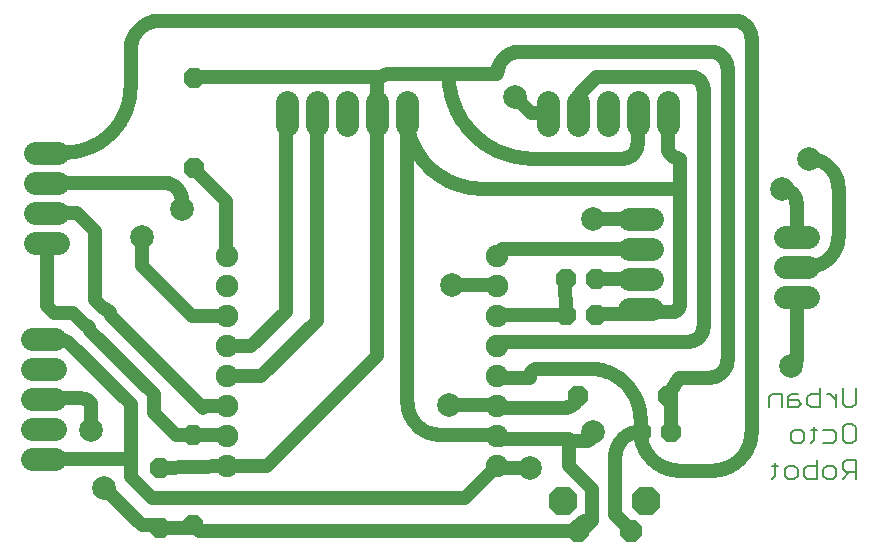
<source format=gbr>
G04 EAGLE Gerber X2 export*
%TF.Part,Single*%
%TF.FileFunction,Copper,L2,Bot,Mixed*%
%TF.FilePolarity,Positive*%
%TF.GenerationSoftware,Autodesk,EAGLE,9.1.0*%
%TF.CreationDate,2020-08-16T13:30:31Z*%
G75*
%MOMM*%
%FSLAX34Y34*%
%LPD*%
%AMOC8*
5,1,8,0,0,1.08239X$1,22.5*%
G01*
%ADD10C,0.152400*%
%ADD11P,1.853918X8X22.500000*%
%ADD12P,1.853918X8X112.500000*%
%ADD13P,1.853918X8X292.500000*%
%ADD14C,1.900000*%
%ADD15P,2.056541X8X22.500000*%
%ADD16P,2.597736X8X22.500000*%
%ADD17C,1.916000*%
%ADD18P,1.853918X8X202.500000*%
%ADD19C,1.200000*%
%ADD20C,2.000000*%


D10*
X710438Y161812D02*
X710438Y148254D01*
X707726Y145542D01*
X702303Y145542D01*
X699591Y148254D01*
X699591Y161812D01*
X694066Y156389D02*
X694066Y145542D01*
X694066Y150965D02*
X688643Y156389D01*
X685932Y156389D01*
X680423Y161812D02*
X680423Y145542D01*
X672289Y145542D01*
X669577Y148254D01*
X669577Y153677D01*
X672289Y156389D01*
X680423Y156389D01*
X661340Y156389D02*
X655917Y156389D01*
X653205Y153677D01*
X653205Y145542D01*
X661340Y145542D01*
X664052Y148254D01*
X661340Y150965D01*
X653205Y150965D01*
X647680Y145542D02*
X647680Y156389D01*
X639545Y156389D01*
X636834Y153677D01*
X636834Y145542D01*
X702303Y131332D02*
X707726Y131332D01*
X710438Y128620D01*
X710438Y117774D01*
X707726Y115062D01*
X702303Y115062D01*
X699591Y117774D01*
X699591Y128620D01*
X702303Y131332D01*
X691355Y125909D02*
X683220Y125909D01*
X691355Y125909D02*
X694066Y123197D01*
X694066Y117774D01*
X691355Y115062D01*
X683220Y115062D01*
X674983Y117774D02*
X674983Y128620D01*
X674983Y117774D02*
X672272Y115062D01*
X672272Y125909D02*
X677695Y125909D01*
X664069Y115062D02*
X658646Y115062D01*
X655934Y117774D01*
X655934Y123197D01*
X658646Y125909D01*
X664069Y125909D01*
X666781Y123197D01*
X666781Y117774D01*
X664069Y115062D01*
X710438Y100852D02*
X710438Y84582D01*
X710438Y100852D02*
X702303Y100852D01*
X699591Y98140D01*
X699591Y92717D01*
X702303Y90005D01*
X710438Y90005D01*
X705015Y90005D02*
X699591Y84582D01*
X691355Y84582D02*
X685932Y84582D01*
X683220Y87294D01*
X683220Y92717D01*
X685932Y95429D01*
X691355Y95429D01*
X694066Y92717D01*
X694066Y87294D01*
X691355Y84582D01*
X677695Y84582D02*
X677695Y100852D01*
X677695Y84582D02*
X669560Y84582D01*
X666848Y87294D01*
X666848Y92717D01*
X669560Y95429D01*
X677695Y95429D01*
X658612Y84582D02*
X653188Y84582D01*
X650477Y87294D01*
X650477Y92717D01*
X653188Y95429D01*
X658612Y95429D01*
X661323Y92717D01*
X661323Y87294D01*
X658612Y84582D01*
X642240Y87294D02*
X642240Y98140D01*
X642240Y87294D02*
X639528Y84582D01*
X639528Y95429D02*
X644952Y95429D01*
D11*
X528320Y124460D03*
X553720Y124460D03*
D12*
X149700Y45800D03*
X149700Y122000D03*
D13*
X121760Y93980D03*
X121760Y43180D03*
D14*
X177800Y120650D03*
X177800Y146050D03*
X177800Y171450D03*
X177800Y196850D03*
X177800Y222250D03*
X177800Y247650D03*
X177800Y273050D03*
X406400Y120650D03*
X406400Y146050D03*
X406400Y171450D03*
X406400Y196850D03*
X406400Y222250D03*
X406400Y247650D03*
X406400Y273050D03*
X177800Y95250D03*
X406400Y95250D03*
D15*
X475340Y40640D03*
X520340Y40640D03*
D16*
X532840Y65640D03*
X462840Y65640D03*
D17*
X32440Y101680D02*
X13280Y101680D01*
X13280Y127080D02*
X32440Y127080D01*
X32440Y152480D02*
X13280Y152480D01*
X13280Y177880D02*
X32440Y177880D01*
X32440Y203280D02*
X13280Y203280D01*
X15820Y284480D02*
X34980Y284480D01*
X34980Y309880D02*
X15820Y309880D01*
X15820Y335280D02*
X34980Y335280D01*
X34980Y360680D02*
X15820Y360680D01*
X228600Y384120D02*
X228600Y403280D01*
X254000Y403280D02*
X254000Y384120D01*
X279400Y384120D02*
X279400Y403280D01*
X304800Y403280D02*
X304800Y384120D01*
X330200Y384120D02*
X330200Y403280D01*
X449580Y403280D02*
X449580Y384120D01*
X474980Y384120D02*
X474980Y403280D01*
X500380Y403280D02*
X500380Y384120D01*
X525780Y384120D02*
X525780Y403280D01*
X551180Y403280D02*
X551180Y384120D01*
D18*
X551180Y154940D03*
X474980Y154940D03*
D17*
X518740Y228600D02*
X537900Y228600D01*
X537900Y254000D02*
X518740Y254000D01*
X518740Y279400D02*
X537900Y279400D01*
X537900Y304800D02*
X518740Y304800D01*
D13*
X150000Y424060D03*
X150000Y347860D03*
D11*
X464820Y223520D03*
X490220Y223520D03*
X464820Y254000D03*
X490220Y254000D03*
D17*
X650820Y289560D02*
X669980Y289560D01*
X669980Y264160D02*
X650820Y264160D01*
X650820Y238760D02*
X669980Y238760D01*
D19*
X26572Y359000D02*
X25400Y360680D01*
X507000Y54000D02*
X520000Y41000D01*
X407670Y170180D02*
X407601Y170182D01*
X407533Y170187D01*
X407465Y170197D01*
X407397Y170210D01*
X407330Y170226D01*
X407264Y170246D01*
X407200Y170270D01*
X407137Y170297D01*
X407075Y170328D01*
X407015Y170362D01*
X406957Y170399D01*
X406901Y170439D01*
X406848Y170482D01*
X406797Y170528D01*
X406748Y170577D01*
X406702Y170628D01*
X406659Y170681D01*
X406619Y170737D01*
X406582Y170795D01*
X406548Y170855D01*
X406517Y170917D01*
X406490Y170980D01*
X406466Y171044D01*
X406446Y171110D01*
X406430Y171177D01*
X406417Y171245D01*
X406407Y171313D01*
X406402Y171381D01*
X406400Y171450D01*
X407670Y170180D02*
X434340Y170180D01*
X507000Y103140D02*
X507006Y103655D01*
X507025Y104170D01*
X507056Y104684D01*
X507100Y105198D01*
X507155Y105710D01*
X507224Y106221D01*
X507304Y106729D01*
X507397Y107236D01*
X507502Y107741D01*
X507620Y108242D01*
X507749Y108741D01*
X507890Y109236D01*
X508043Y109728D01*
X508209Y110216D01*
X508385Y110700D01*
X508574Y111180D01*
X508774Y111654D01*
X508985Y112124D01*
X509208Y112589D01*
X509442Y113048D01*
X509687Y113501D01*
X509943Y113948D01*
X510209Y114389D01*
X510486Y114824D01*
X510774Y115251D01*
X511072Y115672D01*
X511380Y116085D01*
X511697Y116490D01*
X512025Y116888D01*
X512362Y117278D01*
X512708Y117659D01*
X513063Y118032D01*
X513428Y118397D01*
X513801Y118752D01*
X514182Y119098D01*
X514572Y119435D01*
X514970Y119763D01*
X515375Y120080D01*
X515788Y120388D01*
X516209Y120686D01*
X516636Y120974D01*
X517071Y121251D01*
X517512Y121517D01*
X517959Y121773D01*
X518412Y122018D01*
X518871Y122252D01*
X519336Y122475D01*
X519806Y122686D01*
X520280Y122886D01*
X520760Y123075D01*
X521244Y123251D01*
X521732Y123417D01*
X522224Y123570D01*
X522719Y123711D01*
X523218Y123840D01*
X523719Y123958D01*
X524224Y124063D01*
X524731Y124156D01*
X525239Y124236D01*
X525750Y124305D01*
X526262Y124360D01*
X526776Y124404D01*
X527290Y124435D01*
X527805Y124454D01*
X528320Y124460D01*
X507000Y103140D02*
X507000Y54000D01*
X561340Y91440D02*
X560542Y91450D01*
X559745Y91479D01*
X558948Y91527D01*
X558153Y91594D01*
X557360Y91681D01*
X556569Y91786D01*
X555781Y91911D01*
X554996Y92055D01*
X554215Y92218D01*
X553438Y92400D01*
X552665Y92600D01*
X551898Y92819D01*
X551136Y93056D01*
X550380Y93312D01*
X549631Y93586D01*
X548888Y93878D01*
X548153Y94188D01*
X547425Y94515D01*
X546706Y94860D01*
X545995Y95222D01*
X545293Y95602D01*
X544600Y95998D01*
X543917Y96411D01*
X543245Y96840D01*
X542583Y97285D01*
X541931Y97746D01*
X541291Y98223D01*
X540663Y98715D01*
X540047Y99222D01*
X539444Y99744D01*
X538853Y100280D01*
X538275Y100831D01*
X537711Y101395D01*
X537160Y101973D01*
X536624Y102564D01*
X536102Y103167D01*
X535595Y103783D01*
X535103Y104411D01*
X534626Y105051D01*
X534165Y105703D01*
X533720Y106365D01*
X533291Y107037D01*
X532878Y107720D01*
X532482Y108413D01*
X532102Y109115D01*
X531740Y109826D01*
X531395Y110545D01*
X531068Y111273D01*
X530758Y112008D01*
X530466Y112751D01*
X530192Y113500D01*
X529936Y114256D01*
X529699Y115018D01*
X529480Y115785D01*
X529280Y116558D01*
X529098Y117335D01*
X528935Y118116D01*
X528791Y118901D01*
X528666Y119689D01*
X528561Y120480D01*
X528474Y121273D01*
X528407Y122068D01*
X528359Y122865D01*
X528330Y123662D01*
X528320Y124460D01*
X561340Y91440D02*
X589280Y91440D01*
X590078Y91450D01*
X590875Y91479D01*
X591672Y91527D01*
X592467Y91594D01*
X593260Y91681D01*
X594051Y91786D01*
X594839Y91911D01*
X595624Y92055D01*
X596405Y92218D01*
X597182Y92400D01*
X597955Y92600D01*
X598722Y92819D01*
X599484Y93056D01*
X600240Y93312D01*
X600989Y93586D01*
X601732Y93878D01*
X602467Y94188D01*
X603195Y94515D01*
X603914Y94860D01*
X604625Y95222D01*
X605327Y95602D01*
X606020Y95998D01*
X606703Y96411D01*
X607375Y96840D01*
X608037Y97285D01*
X608689Y97746D01*
X609329Y98223D01*
X609957Y98715D01*
X610573Y99222D01*
X611176Y99744D01*
X611767Y100280D01*
X612345Y100831D01*
X612909Y101395D01*
X613460Y101973D01*
X613996Y102564D01*
X614518Y103167D01*
X615025Y103783D01*
X615517Y104411D01*
X615994Y105051D01*
X616455Y105703D01*
X616900Y106365D01*
X617329Y107037D01*
X617742Y107720D01*
X618138Y108413D01*
X618518Y109115D01*
X618880Y109826D01*
X619225Y110545D01*
X619552Y111273D01*
X619862Y112008D01*
X620154Y112751D01*
X620428Y113500D01*
X620684Y114256D01*
X620921Y115018D01*
X621140Y115785D01*
X621340Y116558D01*
X621522Y117335D01*
X621685Y118116D01*
X621829Y118901D01*
X621954Y119689D01*
X622059Y120480D01*
X622146Y121273D01*
X622213Y122068D01*
X622261Y122865D01*
X622290Y123662D01*
X622300Y124460D01*
X96520Y416560D02*
X96520Y447040D01*
X96520Y416560D02*
X96504Y415210D01*
X96455Y413860D01*
X96373Y412512D01*
X96259Y411167D01*
X96113Y409824D01*
X95934Y408486D01*
X95722Y407152D01*
X95479Y405824D01*
X95204Y404502D01*
X94896Y403187D01*
X94557Y401880D01*
X94187Y400581D01*
X93785Y399292D01*
X93352Y398013D01*
X92889Y396745D01*
X92395Y395488D01*
X91870Y394244D01*
X91316Y393012D01*
X90732Y391794D01*
X90119Y390591D01*
X89477Y389403D01*
X88807Y388231D01*
X88108Y387075D01*
X87382Y385937D01*
X86628Y384817D01*
X85848Y383715D01*
X85041Y382632D01*
X84208Y381569D01*
X83350Y380526D01*
X82467Y379505D01*
X81559Y378505D01*
X80628Y377527D01*
X79673Y376572D01*
X78695Y375641D01*
X77695Y374733D01*
X76674Y373850D01*
X75631Y372992D01*
X74568Y372159D01*
X73485Y371352D01*
X72383Y370572D01*
X71263Y369818D01*
X70125Y369092D01*
X68969Y368393D01*
X67797Y367723D01*
X66609Y367081D01*
X65406Y366468D01*
X64188Y365884D01*
X62956Y365330D01*
X61712Y364805D01*
X60455Y364311D01*
X59187Y363848D01*
X57908Y363415D01*
X56619Y363013D01*
X55320Y362643D01*
X54013Y362304D01*
X52698Y361996D01*
X51376Y361721D01*
X50048Y361478D01*
X48714Y361266D01*
X47376Y361087D01*
X46033Y360941D01*
X44688Y360827D01*
X43340Y360745D01*
X41990Y360696D01*
X40640Y360680D01*
X25400Y360680D01*
X434340Y170180D02*
X434342Y170364D01*
X434349Y170548D01*
X434360Y170732D01*
X434376Y170915D01*
X434396Y171098D01*
X434420Y171281D01*
X434449Y171463D01*
X434482Y171644D01*
X434520Y171824D01*
X434561Y172004D01*
X434608Y172182D01*
X434658Y172359D01*
X434713Y172535D01*
X434772Y172709D01*
X434835Y172882D01*
X434903Y173053D01*
X434974Y173223D01*
X435050Y173391D01*
X435129Y173557D01*
X435213Y173721D01*
X435300Y173883D01*
X435392Y174043D01*
X435487Y174201D01*
X435586Y174356D01*
X435689Y174509D01*
X435795Y174659D01*
X435905Y174807D01*
X436019Y174952D01*
X436136Y175094D01*
X436256Y175233D01*
X436380Y175369D01*
X436507Y175503D01*
X436637Y175633D01*
X436771Y175760D01*
X436907Y175884D01*
X437046Y176004D01*
X437188Y176121D01*
X437333Y176235D01*
X437481Y176345D01*
X437631Y176451D01*
X437784Y176554D01*
X437939Y176653D01*
X438097Y176748D01*
X438257Y176840D01*
X438419Y176927D01*
X438583Y177011D01*
X438749Y177090D01*
X438917Y177166D01*
X439087Y177237D01*
X439258Y177305D01*
X439431Y177368D01*
X439605Y177427D01*
X439781Y177482D01*
X439958Y177532D01*
X440136Y177579D01*
X440316Y177620D01*
X440496Y177658D01*
X440677Y177691D01*
X440859Y177720D01*
X441042Y177744D01*
X441225Y177764D01*
X441408Y177780D01*
X441592Y177791D01*
X441776Y177798D01*
X441960Y177800D01*
X485140Y177800D01*
X486183Y177787D01*
X487226Y177750D01*
X488268Y177687D01*
X489307Y177598D01*
X490345Y177485D01*
X491379Y177347D01*
X492410Y177184D01*
X493436Y176996D01*
X494458Y176783D01*
X495474Y176545D01*
X496484Y176283D01*
X497487Y175997D01*
X498483Y175687D01*
X499472Y175352D01*
X500452Y174994D01*
X501423Y174612D01*
X502385Y174207D01*
X503336Y173779D01*
X504277Y173328D01*
X505207Y172854D01*
X506125Y172358D01*
X507031Y171840D01*
X507924Y171300D01*
X508803Y170739D01*
X509669Y170156D01*
X510521Y169553D01*
X511357Y168930D01*
X512179Y168286D01*
X512984Y167623D01*
X513774Y166941D01*
X514546Y166239D01*
X515302Y165520D01*
X516040Y164782D01*
X516759Y164026D01*
X517461Y163254D01*
X518143Y162464D01*
X518806Y161659D01*
X519450Y160837D01*
X520073Y160001D01*
X520676Y159149D01*
X521259Y158283D01*
X521820Y157404D01*
X522360Y156511D01*
X522878Y155605D01*
X523374Y154687D01*
X523848Y153757D01*
X524299Y152816D01*
X524727Y151865D01*
X525132Y150903D01*
X525514Y149932D01*
X525872Y148952D01*
X526207Y147963D01*
X526517Y146967D01*
X526803Y145964D01*
X527065Y144954D01*
X527303Y143938D01*
X527516Y142916D01*
X527704Y141890D01*
X527867Y140859D01*
X528005Y139825D01*
X528118Y138787D01*
X528207Y137748D01*
X528270Y136706D01*
X528307Y135663D01*
X528320Y134620D01*
X528320Y124460D01*
X121920Y472440D02*
X121306Y472433D01*
X120693Y472410D01*
X120080Y472373D01*
X119469Y472321D01*
X118858Y472255D01*
X118250Y472173D01*
X117644Y472077D01*
X117040Y471967D01*
X116439Y471842D01*
X115841Y471702D01*
X115247Y471548D01*
X114657Y471379D01*
X114071Y471197D01*
X113490Y471000D01*
X112913Y470789D01*
X112342Y470565D01*
X111776Y470327D01*
X111216Y470075D01*
X110663Y469809D01*
X110116Y469531D01*
X109576Y469239D01*
X109043Y468934D01*
X108518Y468616D01*
X108000Y468286D01*
X107491Y467944D01*
X106990Y467589D01*
X106498Y467222D01*
X106015Y466844D01*
X105541Y466454D01*
X105077Y466052D01*
X104622Y465640D01*
X104178Y465216D01*
X103744Y464782D01*
X103320Y464338D01*
X102908Y463883D01*
X102506Y463419D01*
X102116Y462945D01*
X101738Y462462D01*
X101371Y461970D01*
X101016Y461469D01*
X100674Y460960D01*
X100344Y460442D01*
X100026Y459917D01*
X99721Y459384D01*
X99429Y458844D01*
X99151Y458297D01*
X98885Y457744D01*
X98633Y457184D01*
X98395Y456618D01*
X98171Y456047D01*
X97960Y455470D01*
X97763Y454889D01*
X97581Y454303D01*
X97412Y453713D01*
X97258Y453119D01*
X97118Y452521D01*
X96993Y451920D01*
X96883Y451316D01*
X96787Y450710D01*
X96705Y450102D01*
X96639Y449491D01*
X96587Y448880D01*
X96550Y448267D01*
X96527Y447654D01*
X96520Y447040D01*
X121920Y472440D02*
X607060Y472440D01*
X607428Y472436D01*
X607796Y472422D01*
X608164Y472400D01*
X608531Y472369D01*
X608897Y472329D01*
X609262Y472280D01*
X609626Y472222D01*
X609988Y472156D01*
X610349Y472081D01*
X610707Y471997D01*
X611064Y471905D01*
X611418Y471804D01*
X611769Y471694D01*
X612118Y471576D01*
X612464Y471450D01*
X612807Y471315D01*
X613146Y471172D01*
X613482Y471021D01*
X613814Y470862D01*
X614142Y470694D01*
X614466Y470519D01*
X614786Y470336D01*
X615101Y470146D01*
X615412Y469948D01*
X615717Y469742D01*
X616018Y469529D01*
X616313Y469309D01*
X616603Y469082D01*
X616887Y468848D01*
X617166Y468607D01*
X617439Y468360D01*
X617705Y468106D01*
X617966Y467845D01*
X618220Y467579D01*
X618467Y467306D01*
X618708Y467027D01*
X618942Y466743D01*
X619169Y466453D01*
X619389Y466158D01*
X619602Y465857D01*
X619808Y465552D01*
X620006Y465241D01*
X620196Y464926D01*
X620379Y464606D01*
X620554Y464282D01*
X620722Y463954D01*
X620881Y463622D01*
X621032Y463286D01*
X621175Y462947D01*
X621310Y462604D01*
X621436Y462258D01*
X621554Y461909D01*
X621664Y461558D01*
X621765Y461204D01*
X621857Y460847D01*
X621941Y460489D01*
X622016Y460128D01*
X622082Y459766D01*
X622140Y459402D01*
X622189Y459037D01*
X622229Y458671D01*
X622260Y458304D01*
X622282Y457936D01*
X622296Y457568D01*
X622300Y457200D01*
X622300Y124460D01*
X520340Y40640D02*
X520000Y41000D01*
X177000Y320000D02*
X150000Y347000D01*
X177000Y320000D02*
X177000Y274000D01*
X150000Y347000D02*
X150000Y347860D01*
X177000Y274000D02*
X177800Y273050D01*
X176450Y122000D02*
X176521Y121998D01*
X176591Y121993D01*
X176661Y121983D01*
X176731Y121970D01*
X176799Y121954D01*
X176867Y121934D01*
X176934Y121910D01*
X176999Y121883D01*
X177063Y121853D01*
X177125Y121819D01*
X177185Y121782D01*
X177244Y121742D01*
X177300Y121699D01*
X177353Y121653D01*
X177405Y121605D01*
X177453Y121553D01*
X177499Y121500D01*
X177542Y121444D01*
X177582Y121385D01*
X177619Y121325D01*
X177653Y121263D01*
X177683Y121199D01*
X177710Y121134D01*
X177734Y121067D01*
X177754Y120999D01*
X177770Y120931D01*
X177783Y120861D01*
X177793Y120791D01*
X177798Y120721D01*
X177800Y120650D01*
X176450Y122000D02*
X149700Y122000D01*
X134700Y122000D01*
X134620Y121920D01*
X25400Y231140D02*
X25400Y284480D01*
X130490Y126050D02*
X134620Y121920D01*
X130490Y126050D02*
X130441Y126050D01*
X62583Y209886D02*
X61771Y212803D01*
X56935Y215533D01*
X31680Y224860D02*
X25400Y231140D01*
X62583Y209886D02*
X116520Y155949D01*
X116520Y139971D02*
X130441Y126050D01*
X116520Y139971D02*
X116520Y155949D01*
X56935Y215533D02*
X47609Y224860D01*
X31680Y224860D01*
X379730Y68580D02*
X406400Y95250D01*
X379730Y68580D02*
X114300Y68580D01*
X96520Y86360D01*
X96520Y147664D02*
X44724Y199460D01*
X96520Y101600D02*
X96520Y86360D01*
X96520Y101600D02*
X96520Y147664D01*
X22940Y101600D02*
X22860Y101680D01*
X22940Y101600D02*
X96520Y101600D01*
X38100Y203200D02*
X22860Y203280D01*
X38100Y203200D02*
X44724Y199460D01*
X528080Y304000D02*
X528320Y304800D01*
X406400Y95250D02*
X406402Y95181D01*
X406407Y95113D01*
X406417Y95045D01*
X406430Y94977D01*
X406446Y94910D01*
X406466Y94844D01*
X406490Y94780D01*
X406517Y94717D01*
X406548Y94655D01*
X406582Y94595D01*
X406619Y94537D01*
X406659Y94481D01*
X406702Y94428D01*
X406748Y94377D01*
X406797Y94328D01*
X406848Y94282D01*
X406901Y94239D01*
X406957Y94199D01*
X407015Y94162D01*
X407075Y94128D01*
X407137Y94097D01*
X407200Y94070D01*
X407264Y94046D01*
X407330Y94026D01*
X407397Y94010D01*
X407465Y93997D01*
X407533Y93987D01*
X407601Y93982D01*
X407670Y93980D01*
X487680Y304800D02*
X528320Y304800D01*
D20*
X487680Y304800D03*
D19*
X406400Y95250D02*
X406402Y95181D01*
X406407Y95113D01*
X406417Y95045D01*
X406430Y94977D01*
X406446Y94910D01*
X406466Y94844D01*
X406490Y94780D01*
X406517Y94717D01*
X406548Y94655D01*
X406582Y94595D01*
X406619Y94537D01*
X406659Y94481D01*
X406702Y94428D01*
X406748Y94377D01*
X406797Y94328D01*
X406848Y94282D01*
X406901Y94239D01*
X406957Y94199D01*
X407015Y94162D01*
X407075Y94128D01*
X407137Y94097D01*
X407200Y94070D01*
X407264Y94046D01*
X407330Y94026D01*
X407397Y94010D01*
X407465Y93997D01*
X407533Y93987D01*
X407601Y93982D01*
X407670Y93980D01*
X434340Y93980D01*
D20*
X434340Y93980D03*
X647700Y330200D03*
D19*
X648007Y330196D01*
X648314Y330185D01*
X648620Y330167D01*
X648926Y330141D01*
X649231Y330107D01*
X649535Y330067D01*
X649838Y330019D01*
X650140Y329963D01*
X650440Y329901D01*
X650739Y329831D01*
X651036Y329754D01*
X651332Y329670D01*
X651625Y329578D01*
X651915Y329480D01*
X652203Y329375D01*
X652489Y329262D01*
X652772Y329143D01*
X653052Y329017D01*
X653329Y328885D01*
X653602Y328745D01*
X653872Y328599D01*
X654138Y328447D01*
X654401Y328288D01*
X654660Y328123D01*
X654914Y327952D01*
X655165Y327775D01*
X655411Y327591D01*
X655653Y327402D01*
X655889Y327207D01*
X656122Y327006D01*
X656349Y326800D01*
X656571Y326588D01*
X656788Y326371D01*
X657000Y326149D01*
X657206Y325922D01*
X657407Y325689D01*
X657602Y325453D01*
X657791Y325211D01*
X657975Y324965D01*
X658152Y324714D01*
X658323Y324460D01*
X658488Y324201D01*
X658647Y323938D01*
X658799Y323672D01*
X658945Y323402D01*
X659085Y323129D01*
X659217Y322852D01*
X659343Y322572D01*
X659462Y322289D01*
X659575Y322003D01*
X659680Y321715D01*
X659778Y321425D01*
X659870Y321132D01*
X659954Y320836D01*
X660031Y320539D01*
X660101Y320240D01*
X660163Y319940D01*
X660219Y319638D01*
X660267Y319335D01*
X660307Y319031D01*
X660341Y318726D01*
X660367Y318420D01*
X660385Y318114D01*
X660396Y317807D01*
X660400Y317500D01*
X660400Y289560D01*
X228000Y226000D02*
X228000Y393000D01*
X228600Y393700D01*
X198850Y196850D02*
X177800Y196850D01*
X198850Y196850D02*
X228000Y226000D01*
X50800Y309880D02*
X25400Y309880D01*
X50800Y309880D02*
X66040Y294640D01*
X158750Y146050D02*
X177800Y146050D01*
X158750Y146050D02*
X157480Y144780D01*
X79861Y222399D01*
X78818Y226146D01*
X72608Y229652D01*
X66040Y236220D01*
X66040Y294640D01*
X406400Y222250D02*
X407000Y222000D01*
X413000Y223000D02*
X464700Y223000D01*
X464820Y223520D01*
X413000Y223000D02*
X406400Y222250D01*
X464153Y253981D02*
X464153Y254000D01*
X464153Y253981D02*
X464820Y223520D01*
X465000Y254000D02*
X464820Y254000D01*
X465000Y254000D02*
X464153Y253981D01*
X407000Y273000D02*
X406400Y273050D01*
X410000Y278000D02*
X411000Y279000D01*
X528080Y279000D01*
X410000Y278000D02*
X406400Y273050D01*
X528080Y279000D02*
X528320Y279400D01*
X528320Y254000D02*
X520460Y254000D01*
X528320Y254000D02*
X490220Y254000D01*
X436000Y394000D02*
X422000Y408000D01*
X436000Y394000D02*
X449000Y394000D01*
X449580Y393700D01*
D20*
X106000Y289000D03*
X422000Y408000D03*
D19*
X177800Y222250D02*
X148590Y222250D01*
X106000Y264840D02*
X106000Y289000D01*
X106000Y264840D02*
X148590Y222250D01*
X254000Y218440D02*
X254000Y393700D01*
X207010Y171450D02*
X177800Y171450D01*
X207010Y171450D02*
X254000Y218440D01*
X407000Y197000D02*
X410000Y200000D01*
X539000Y200000D01*
X475000Y409000D02*
X491000Y425000D01*
X475000Y409000D02*
X475000Y394000D01*
X407000Y197000D02*
X406400Y196850D01*
X539000Y200000D02*
X539002Y200049D01*
X539007Y200098D01*
X539017Y200147D01*
X539029Y200195D01*
X539046Y200241D01*
X539065Y200286D01*
X539088Y200330D01*
X539115Y200372D01*
X539144Y200412D01*
X539176Y200449D01*
X539211Y200484D01*
X539248Y200516D01*
X539288Y200545D01*
X539330Y200572D01*
X539374Y200595D01*
X539419Y200614D01*
X539465Y200631D01*
X539513Y200643D01*
X539562Y200653D01*
X539611Y200658D01*
X539660Y200660D01*
X568960Y200660D01*
X569267Y200664D01*
X569574Y200675D01*
X569880Y200693D01*
X570186Y200719D01*
X570491Y200753D01*
X570795Y200793D01*
X571098Y200841D01*
X571400Y200897D01*
X571700Y200959D01*
X571999Y201029D01*
X572296Y201106D01*
X572592Y201190D01*
X572885Y201282D01*
X573175Y201380D01*
X573463Y201485D01*
X573749Y201598D01*
X574032Y201717D01*
X574312Y201843D01*
X574589Y201975D01*
X574862Y202115D01*
X575132Y202261D01*
X575398Y202413D01*
X575661Y202572D01*
X575920Y202737D01*
X576174Y202908D01*
X576425Y203085D01*
X576671Y203269D01*
X576913Y203458D01*
X577149Y203653D01*
X577382Y203854D01*
X577609Y204060D01*
X577831Y204272D01*
X578048Y204489D01*
X578260Y204711D01*
X578466Y204938D01*
X578667Y205171D01*
X578862Y205407D01*
X579051Y205649D01*
X579235Y205895D01*
X579412Y206146D01*
X579583Y206400D01*
X579748Y206659D01*
X579907Y206922D01*
X580059Y207188D01*
X580205Y207458D01*
X580345Y207731D01*
X580477Y208008D01*
X580603Y208288D01*
X580722Y208571D01*
X580835Y208857D01*
X580940Y209145D01*
X581038Y209435D01*
X581130Y209728D01*
X581214Y210024D01*
X581291Y210321D01*
X581361Y210620D01*
X581423Y210920D01*
X581479Y211222D01*
X581527Y211525D01*
X581567Y211829D01*
X581601Y212134D01*
X581627Y212440D01*
X581645Y212746D01*
X581656Y213053D01*
X581660Y213360D01*
X581660Y414020D02*
X581657Y414285D01*
X581647Y414550D01*
X581631Y414815D01*
X581609Y415080D01*
X581580Y415343D01*
X581545Y415606D01*
X581503Y415869D01*
X581455Y416130D01*
X581401Y416389D01*
X581341Y416648D01*
X581274Y416905D01*
X581202Y417160D01*
X581123Y417413D01*
X581038Y417664D01*
X580946Y417914D01*
X580849Y418161D01*
X580746Y418405D01*
X580637Y418647D01*
X580523Y418886D01*
X580402Y419123D01*
X580276Y419356D01*
X580144Y419586D01*
X580007Y419813D01*
X579864Y420037D01*
X579716Y420257D01*
X579563Y420474D01*
X579404Y420687D01*
X579241Y420896D01*
X579072Y421100D01*
X578899Y421301D01*
X578720Y421498D01*
X578537Y421690D01*
X578350Y421877D01*
X578158Y422060D01*
X577961Y422239D01*
X577760Y422412D01*
X577556Y422581D01*
X577347Y422744D01*
X577134Y422903D01*
X576917Y423056D01*
X576697Y423204D01*
X576473Y423347D01*
X576246Y423484D01*
X576016Y423616D01*
X575783Y423742D01*
X575546Y423863D01*
X575307Y423977D01*
X575065Y424086D01*
X574821Y424189D01*
X574574Y424286D01*
X574324Y424378D01*
X574073Y424463D01*
X573820Y424542D01*
X573565Y424614D01*
X573308Y424681D01*
X573049Y424741D01*
X572790Y424795D01*
X572529Y424843D01*
X572266Y424885D01*
X572003Y424920D01*
X571740Y424949D01*
X571475Y424971D01*
X571210Y424987D01*
X570945Y424997D01*
X570680Y425000D01*
X581660Y414020D02*
X581660Y213360D01*
X570680Y425000D02*
X491000Y425000D01*
X475000Y394000D02*
X474980Y393700D01*
X140300Y312780D02*
X140080Y313000D01*
D20*
X140300Y312780D03*
D19*
X464820Y144780D02*
X465066Y144783D01*
X465311Y144792D01*
X465556Y144807D01*
X465801Y144827D01*
X466045Y144854D01*
X466288Y144887D01*
X466531Y144925D01*
X466772Y144969D01*
X467012Y145019D01*
X467251Y145075D01*
X467489Y145137D01*
X467725Y145204D01*
X467960Y145277D01*
X468192Y145356D01*
X468423Y145440D01*
X468651Y145530D01*
X468878Y145625D01*
X469101Y145726D01*
X469323Y145832D01*
X469542Y145944D01*
X469758Y146060D01*
X469971Y146182D01*
X470181Y146309D01*
X470388Y146441D01*
X470592Y146578D01*
X470792Y146720D01*
X470989Y146867D01*
X471182Y147019D01*
X471372Y147175D01*
X471557Y147335D01*
X471739Y147500D01*
X471917Y147670D01*
X472090Y147843D01*
X472260Y148021D01*
X472425Y148203D01*
X472585Y148388D01*
X472741Y148578D01*
X472893Y148771D01*
X473040Y148968D01*
X473182Y149168D01*
X473319Y149372D01*
X473451Y149579D01*
X473578Y149789D01*
X473700Y150002D01*
X473816Y150218D01*
X473928Y150437D01*
X474034Y150659D01*
X474135Y150882D01*
X474230Y151109D01*
X474320Y151337D01*
X474404Y151568D01*
X474483Y151800D01*
X474556Y152035D01*
X474623Y152271D01*
X474685Y152509D01*
X474741Y152748D01*
X474791Y152988D01*
X474835Y153229D01*
X474873Y153472D01*
X474906Y153715D01*
X474933Y153959D01*
X474953Y154204D01*
X474968Y154449D01*
X474977Y154694D01*
X474980Y154940D01*
X407670Y144780D02*
X407601Y144782D01*
X407533Y144787D01*
X407465Y144797D01*
X407397Y144810D01*
X407330Y144826D01*
X407264Y144846D01*
X407200Y144870D01*
X407137Y144897D01*
X407075Y144928D01*
X407015Y144962D01*
X406957Y144999D01*
X406901Y145039D01*
X406848Y145082D01*
X406797Y145128D01*
X406748Y145177D01*
X406702Y145228D01*
X406659Y145281D01*
X406619Y145337D01*
X406582Y145395D01*
X406548Y145455D01*
X406517Y145517D01*
X406490Y145580D01*
X406466Y145644D01*
X406446Y145710D01*
X406430Y145777D01*
X406417Y145845D01*
X406407Y145913D01*
X406402Y145981D01*
X406400Y146050D01*
X407670Y144780D02*
X464820Y144780D01*
X406400Y146050D02*
X406398Y146119D01*
X406393Y146187D01*
X406383Y146255D01*
X406370Y146323D01*
X406354Y146390D01*
X406334Y146456D01*
X406310Y146520D01*
X406283Y146583D01*
X406252Y146645D01*
X406218Y146705D01*
X406181Y146763D01*
X406141Y146819D01*
X406098Y146872D01*
X406052Y146923D01*
X406003Y146972D01*
X405952Y147018D01*
X405899Y147061D01*
X405843Y147101D01*
X405785Y147138D01*
X405725Y147172D01*
X405663Y147203D01*
X405600Y147230D01*
X405536Y147254D01*
X405470Y147274D01*
X405403Y147290D01*
X405335Y147303D01*
X405267Y147313D01*
X405199Y147318D01*
X405130Y147320D01*
X365760Y147320D01*
D20*
X365760Y147320D03*
D19*
X26000Y335000D02*
X25400Y335280D01*
X124460Y335280D02*
X124837Y335275D01*
X125215Y335262D01*
X125591Y335239D01*
X125968Y335207D01*
X126343Y335166D01*
X126717Y335116D01*
X127090Y335057D01*
X127461Y334989D01*
X127831Y334912D01*
X128198Y334826D01*
X128563Y334731D01*
X128926Y334628D01*
X129287Y334516D01*
X129644Y334395D01*
X129999Y334265D01*
X130350Y334127D01*
X130698Y333980D01*
X131042Y333825D01*
X131383Y333662D01*
X131719Y333491D01*
X132051Y333311D01*
X132379Y333124D01*
X132702Y332929D01*
X133020Y332726D01*
X133333Y332515D01*
X133641Y332297D01*
X133944Y332071D01*
X134241Y331839D01*
X134532Y331599D01*
X134818Y331352D01*
X135097Y331098D01*
X135371Y330838D01*
X135638Y330571D01*
X135898Y330297D01*
X136152Y330018D01*
X136399Y329732D01*
X136639Y329441D01*
X136871Y329144D01*
X137097Y328841D01*
X137315Y328533D01*
X137526Y328220D01*
X137729Y327902D01*
X137924Y327579D01*
X138111Y327251D01*
X138291Y326919D01*
X138462Y326583D01*
X138625Y326242D01*
X138780Y325898D01*
X138927Y325550D01*
X139065Y325199D01*
X139195Y324844D01*
X139316Y324487D01*
X139428Y324126D01*
X139531Y323763D01*
X139626Y323398D01*
X139712Y323031D01*
X139789Y322661D01*
X139857Y322290D01*
X139916Y321917D01*
X139966Y321543D01*
X140007Y321168D01*
X140039Y320791D01*
X140062Y320415D01*
X140075Y320037D01*
X140080Y319660D01*
X140080Y313000D01*
X124460Y335280D02*
X25400Y335280D01*
X527640Y228240D02*
X528320Y228600D01*
X490700Y224000D02*
X490220Y223520D01*
X524080Y224000D02*
X528320Y228600D01*
X518460Y224000D02*
X496000Y224000D01*
X490220Y223520D01*
X518460Y224000D02*
X528320Y228600D01*
X147080Y43180D02*
X121760Y43180D01*
X147080Y43180D02*
X149700Y45800D01*
X473800Y39100D02*
X475340Y40640D01*
X63000Y126000D02*
X63000Y149000D01*
X74000Y77000D02*
X106000Y45000D01*
X116000Y45000D01*
X121760Y43180D01*
D20*
X63000Y126000D03*
X74000Y77000D03*
D19*
X63000Y149000D02*
X58420Y152400D01*
X407000Y120000D02*
X410000Y117000D01*
X407000Y120000D02*
X406400Y120650D01*
X401000Y121000D01*
X331000Y393000D02*
X330200Y393700D01*
X415000Y118000D02*
X468000Y118000D01*
X468000Y95000D01*
X487000Y76000D01*
X487000Y49000D01*
X481000Y43000D01*
X415000Y118000D02*
X406400Y120650D01*
X406398Y120719D01*
X406393Y120787D01*
X406383Y120855D01*
X406370Y120923D01*
X406354Y120990D01*
X406334Y121056D01*
X406310Y121120D01*
X406283Y121183D01*
X406252Y121245D01*
X406218Y121305D01*
X406181Y121363D01*
X406141Y121419D01*
X406098Y121472D01*
X406052Y121523D01*
X406003Y121572D01*
X405952Y121618D01*
X405899Y121661D01*
X405843Y121701D01*
X405785Y121738D01*
X405725Y121772D01*
X405663Y121803D01*
X405600Y121830D01*
X405536Y121854D01*
X405470Y121874D01*
X405403Y121890D01*
X405335Y121903D01*
X405267Y121913D01*
X405199Y121918D01*
X405130Y121920D01*
X358140Y121920D01*
X357484Y121928D01*
X356829Y121952D01*
X356174Y121991D01*
X355521Y122047D01*
X354869Y122118D01*
X354219Y122205D01*
X353571Y122307D01*
X352926Y122426D01*
X352284Y122559D01*
X351645Y122709D01*
X351010Y122873D01*
X350379Y123053D01*
X349753Y123248D01*
X349132Y123459D01*
X348516Y123684D01*
X347906Y123924D01*
X347301Y124178D01*
X346703Y124447D01*
X346112Y124731D01*
X345527Y125029D01*
X344950Y125341D01*
X344381Y125666D01*
X343820Y126005D01*
X343267Y126358D01*
X342723Y126724D01*
X342188Y127103D01*
X341662Y127495D01*
X341145Y127900D01*
X340639Y128316D01*
X340143Y128745D01*
X339657Y129186D01*
X339182Y129639D01*
X338719Y130102D01*
X338266Y130577D01*
X337825Y131063D01*
X337396Y131559D01*
X336980Y132065D01*
X336575Y132582D01*
X336183Y133108D01*
X335804Y133643D01*
X335438Y134187D01*
X335085Y134740D01*
X334746Y135301D01*
X334421Y135870D01*
X334109Y136447D01*
X333811Y137032D01*
X333527Y137623D01*
X333258Y138221D01*
X333004Y138826D01*
X332764Y139436D01*
X332539Y140052D01*
X332328Y140673D01*
X332133Y141299D01*
X331953Y141930D01*
X331789Y142565D01*
X331639Y143204D01*
X331506Y143846D01*
X331387Y144491D01*
X331285Y145139D01*
X331198Y145789D01*
X331127Y146441D01*
X331071Y147094D01*
X331032Y147749D01*
X331008Y148404D01*
X331000Y149060D01*
X331000Y393000D01*
X330200Y393700D02*
X330219Y392166D01*
X330274Y390632D01*
X330367Y389100D01*
X330496Y387571D01*
X330663Y386046D01*
X330866Y384525D01*
X331106Y383009D01*
X331383Y381500D01*
X331696Y379998D01*
X332045Y378503D01*
X332430Y377018D01*
X332851Y375542D01*
X333308Y374077D01*
X333800Y372624D01*
X334326Y371183D01*
X334888Y369754D01*
X335484Y368340D01*
X336113Y366941D01*
X336777Y365557D01*
X337474Y364190D01*
X338203Y362840D01*
X338965Y361508D01*
X339759Y360195D01*
X340584Y358901D01*
X341441Y357628D01*
X342327Y356376D01*
X343244Y355145D01*
X344191Y353937D01*
X345166Y352753D01*
X346170Y351592D01*
X347201Y350455D01*
X348259Y349345D01*
X349345Y348259D01*
X350455Y347201D01*
X351592Y346170D01*
X352753Y345166D01*
X353937Y344191D01*
X355145Y343244D01*
X356376Y342327D01*
X357628Y341441D01*
X358901Y340584D01*
X360195Y339759D01*
X361508Y338965D01*
X362840Y338203D01*
X364190Y337474D01*
X365557Y336777D01*
X366941Y336113D01*
X368340Y335484D01*
X369754Y334888D01*
X371183Y334326D01*
X372624Y333800D01*
X374077Y333308D01*
X375542Y332851D01*
X377018Y332430D01*
X378503Y332045D01*
X379998Y331696D01*
X381500Y331383D01*
X383009Y331106D01*
X384525Y330866D01*
X386046Y330663D01*
X387571Y330496D01*
X389100Y330367D01*
X390632Y330274D01*
X392166Y330219D01*
X393700Y330200D01*
X530860Y226060D02*
X534000Y226060D01*
X556260Y226060D01*
X556400Y226062D01*
X556540Y226068D01*
X556680Y226077D01*
X556819Y226091D01*
X556958Y226108D01*
X557096Y226129D01*
X557234Y226154D01*
X557371Y226183D01*
X557507Y226215D01*
X557642Y226252D01*
X557776Y226292D01*
X557909Y226335D01*
X558041Y226383D01*
X558172Y226433D01*
X558301Y226488D01*
X558428Y226546D01*
X558554Y226607D01*
X558678Y226672D01*
X558800Y226741D01*
X558920Y226812D01*
X559038Y226887D01*
X559155Y226965D01*
X559269Y227047D01*
X559380Y227131D01*
X559489Y227219D01*
X559596Y227309D01*
X559701Y227403D01*
X559802Y227499D01*
X559901Y227598D01*
X559997Y227699D01*
X560091Y227804D01*
X560181Y227911D01*
X560269Y228020D01*
X560353Y228131D01*
X560435Y228245D01*
X560513Y228362D01*
X560588Y228480D01*
X560659Y228600D01*
X560728Y228722D01*
X560793Y228846D01*
X560854Y228972D01*
X560912Y229099D01*
X560967Y229228D01*
X561017Y229359D01*
X561065Y229491D01*
X561108Y229624D01*
X561148Y229758D01*
X561185Y229893D01*
X561217Y230029D01*
X561246Y230166D01*
X561271Y230304D01*
X561292Y230442D01*
X561309Y230581D01*
X561323Y230720D01*
X561332Y230860D01*
X561338Y231000D01*
X561340Y231140D01*
X561340Y330200D01*
X561340Y355600D01*
X561094Y355603D01*
X560849Y355612D01*
X560604Y355627D01*
X560359Y355647D01*
X560115Y355674D01*
X559872Y355707D01*
X559629Y355745D01*
X559388Y355789D01*
X559148Y355839D01*
X558909Y355895D01*
X558671Y355957D01*
X558435Y356024D01*
X558200Y356097D01*
X557968Y356176D01*
X557737Y356260D01*
X557509Y356350D01*
X557282Y356445D01*
X557059Y356546D01*
X556837Y356652D01*
X556618Y356764D01*
X556402Y356880D01*
X556189Y357002D01*
X555979Y357129D01*
X555772Y357261D01*
X555568Y357398D01*
X555368Y357540D01*
X555171Y357687D01*
X554978Y357839D01*
X554788Y357995D01*
X554603Y358155D01*
X554421Y358320D01*
X554243Y358490D01*
X554070Y358663D01*
X553900Y358841D01*
X553735Y359023D01*
X553575Y359208D01*
X553419Y359398D01*
X553267Y359591D01*
X553120Y359788D01*
X552978Y359988D01*
X552841Y360192D01*
X552709Y360399D01*
X552582Y360609D01*
X552460Y360822D01*
X552344Y361038D01*
X552232Y361257D01*
X552126Y361479D01*
X552025Y361702D01*
X551930Y361929D01*
X551840Y362157D01*
X551756Y362388D01*
X551677Y362620D01*
X551604Y362855D01*
X551537Y363091D01*
X551475Y363329D01*
X551419Y363568D01*
X551369Y363808D01*
X551325Y364049D01*
X551287Y364292D01*
X551254Y364535D01*
X551227Y364779D01*
X551207Y365024D01*
X551192Y365269D01*
X551183Y365514D01*
X551180Y365760D01*
X561340Y330200D02*
X393700Y330200D01*
X551180Y365760D02*
X551180Y393700D01*
X483700Y49000D02*
X483498Y48998D01*
X483296Y48990D01*
X483094Y48978D01*
X482893Y48961D01*
X482692Y48939D01*
X482492Y48912D01*
X482293Y48881D01*
X482094Y48844D01*
X481896Y48803D01*
X481699Y48757D01*
X481504Y48706D01*
X481309Y48651D01*
X481117Y48591D01*
X480925Y48526D01*
X480736Y48457D01*
X480547Y48383D01*
X480361Y48304D01*
X480177Y48221D01*
X479995Y48134D01*
X479815Y48042D01*
X479637Y47946D01*
X479462Y47846D01*
X479289Y47742D01*
X479119Y47633D01*
X478951Y47520D01*
X478786Y47403D01*
X478624Y47283D01*
X478465Y47158D01*
X478309Y47030D01*
X478156Y46898D01*
X478007Y46762D01*
X477860Y46622D01*
X477718Y46480D01*
X477578Y46333D01*
X477442Y46184D01*
X477310Y46031D01*
X477182Y45875D01*
X477057Y45716D01*
X476937Y45554D01*
X476820Y45389D01*
X476707Y45221D01*
X476598Y45051D01*
X476494Y44878D01*
X476394Y44703D01*
X476298Y44525D01*
X476206Y44345D01*
X476119Y44163D01*
X476036Y43979D01*
X475957Y43793D01*
X475883Y43604D01*
X475814Y43415D01*
X475749Y43223D01*
X475689Y43031D01*
X475634Y42836D01*
X475583Y42641D01*
X475537Y42444D01*
X475496Y42246D01*
X475459Y42047D01*
X475428Y41848D01*
X475401Y41648D01*
X475379Y41447D01*
X475362Y41246D01*
X475350Y41044D01*
X475342Y40842D01*
X475340Y40640D01*
X483700Y49000D02*
X487000Y49000D01*
X469160Y116840D02*
X469095Y116842D01*
X469030Y116847D01*
X468966Y116856D01*
X468902Y116869D01*
X468839Y116885D01*
X468777Y116905D01*
X468716Y116928D01*
X468657Y116955D01*
X468599Y116985D01*
X468543Y117018D01*
X468489Y117054D01*
X468437Y117093D01*
X468387Y117135D01*
X468340Y117180D01*
X468295Y117227D01*
X468253Y117277D01*
X468214Y117329D01*
X468178Y117383D01*
X468145Y117439D01*
X468115Y117497D01*
X468088Y117556D01*
X468065Y117617D01*
X468045Y117679D01*
X468029Y117742D01*
X468016Y117806D01*
X468007Y117870D01*
X468002Y117935D01*
X468000Y118000D01*
X469160Y116840D02*
X482600Y116840D01*
X482740Y116842D01*
X482880Y116848D01*
X483020Y116857D01*
X483159Y116871D01*
X483298Y116888D01*
X483436Y116909D01*
X483574Y116934D01*
X483711Y116963D01*
X483847Y116995D01*
X483982Y117032D01*
X484116Y117072D01*
X484249Y117115D01*
X484381Y117163D01*
X484512Y117213D01*
X484641Y117268D01*
X484768Y117326D01*
X484894Y117387D01*
X485018Y117452D01*
X485140Y117521D01*
X485260Y117592D01*
X485378Y117667D01*
X485495Y117745D01*
X485609Y117827D01*
X485720Y117911D01*
X485829Y117999D01*
X485936Y118089D01*
X486041Y118183D01*
X486142Y118279D01*
X486241Y118378D01*
X486337Y118479D01*
X486431Y118584D01*
X486521Y118691D01*
X486609Y118800D01*
X486693Y118911D01*
X486775Y119025D01*
X486853Y119142D01*
X486928Y119260D01*
X486999Y119380D01*
X487068Y119502D01*
X487133Y119626D01*
X487194Y119752D01*
X487252Y119879D01*
X487307Y120008D01*
X487357Y120139D01*
X487405Y120271D01*
X487448Y120404D01*
X487488Y120538D01*
X487525Y120673D01*
X487557Y120809D01*
X487586Y120946D01*
X487611Y121084D01*
X487632Y121222D01*
X487649Y121361D01*
X487663Y121500D01*
X487672Y121640D01*
X487678Y121780D01*
X487680Y121920D01*
X487680Y124460D01*
D20*
X487680Y124460D03*
X655320Y180340D03*
D19*
X655460Y180342D01*
X655600Y180348D01*
X655740Y180357D01*
X655879Y180371D01*
X656018Y180388D01*
X656156Y180409D01*
X656294Y180434D01*
X656431Y180463D01*
X656567Y180495D01*
X656702Y180532D01*
X656836Y180572D01*
X656969Y180615D01*
X657101Y180663D01*
X657232Y180713D01*
X657361Y180768D01*
X657488Y180826D01*
X657614Y180887D01*
X657738Y180952D01*
X657860Y181021D01*
X657980Y181092D01*
X658098Y181167D01*
X658215Y181245D01*
X658329Y181327D01*
X658440Y181411D01*
X658549Y181499D01*
X658656Y181589D01*
X658761Y181683D01*
X658862Y181779D01*
X658961Y181878D01*
X659057Y181979D01*
X659151Y182084D01*
X659241Y182191D01*
X659329Y182300D01*
X659413Y182411D01*
X659495Y182525D01*
X659573Y182642D01*
X659648Y182760D01*
X659719Y182880D01*
X659788Y183002D01*
X659853Y183126D01*
X659914Y183252D01*
X659972Y183379D01*
X660027Y183508D01*
X660077Y183639D01*
X660125Y183771D01*
X660168Y183904D01*
X660208Y184038D01*
X660245Y184173D01*
X660277Y184309D01*
X660306Y184446D01*
X660331Y184584D01*
X660352Y184722D01*
X660369Y184861D01*
X660383Y185000D01*
X660392Y185140D01*
X660398Y185280D01*
X660400Y185420D01*
X660400Y238760D01*
X53000Y153000D02*
X23000Y153000D01*
X22860Y152480D01*
X53000Y153000D02*
X58420Y152400D01*
X534000Y226060D02*
X534000Y227000D01*
X528320Y228600D01*
X154860Y40640D02*
X149700Y45800D01*
X154860Y40640D02*
X475340Y40640D01*
X177800Y95250D02*
X121760Y93980D01*
X305000Y215000D02*
X304976Y236223D01*
X304800Y393700D01*
X304800Y421640D01*
X308020Y424860D01*
X150800Y424860D01*
X150000Y424060D01*
X314000Y427000D02*
X365760Y427000D01*
X407000Y427000D01*
X314000Y427000D02*
X308020Y424860D01*
X560995Y170180D02*
X551180Y154940D01*
X560995Y170180D02*
X586740Y170180D01*
X587108Y170184D01*
X587476Y170198D01*
X587844Y170220D01*
X588211Y170251D01*
X588577Y170291D01*
X588942Y170340D01*
X589306Y170398D01*
X589668Y170464D01*
X590029Y170539D01*
X590387Y170623D01*
X590744Y170715D01*
X591098Y170816D01*
X591449Y170926D01*
X591798Y171044D01*
X592144Y171170D01*
X592487Y171305D01*
X592826Y171448D01*
X593162Y171599D01*
X593494Y171758D01*
X593822Y171926D01*
X594146Y172101D01*
X594466Y172284D01*
X594781Y172474D01*
X595092Y172672D01*
X595397Y172878D01*
X595698Y173091D01*
X595993Y173311D01*
X596283Y173538D01*
X596567Y173772D01*
X596846Y174013D01*
X597119Y174260D01*
X597385Y174514D01*
X597646Y174775D01*
X597900Y175041D01*
X598147Y175314D01*
X598388Y175593D01*
X598622Y175877D01*
X598849Y176167D01*
X599069Y176462D01*
X599282Y176763D01*
X599488Y177068D01*
X599686Y177379D01*
X599876Y177694D01*
X600059Y178014D01*
X600234Y178338D01*
X600402Y178666D01*
X600561Y178998D01*
X600712Y179334D01*
X600855Y179673D01*
X600990Y180016D01*
X601116Y180362D01*
X601234Y180711D01*
X601344Y181062D01*
X601445Y181416D01*
X601537Y181773D01*
X601621Y182131D01*
X601696Y182492D01*
X601762Y182854D01*
X601820Y183218D01*
X601869Y183583D01*
X601909Y183949D01*
X601940Y184316D01*
X601962Y184684D01*
X601976Y185052D01*
X601980Y185420D01*
X601980Y431800D02*
X601976Y432143D01*
X601963Y432486D01*
X601943Y432829D01*
X601914Y433170D01*
X601876Y433512D01*
X601831Y433852D01*
X601777Y434191D01*
X601715Y434528D01*
X601645Y434864D01*
X601567Y435198D01*
X601481Y435530D01*
X601387Y435860D01*
X601285Y436188D01*
X601175Y436513D01*
X601057Y436835D01*
X600932Y437155D01*
X600798Y437471D01*
X600658Y437784D01*
X600509Y438093D01*
X600353Y438399D01*
X600190Y438701D01*
X600020Y438999D01*
X599842Y439292D01*
X599658Y439582D01*
X599466Y439867D01*
X599268Y440147D01*
X599063Y440422D01*
X598851Y440692D01*
X598633Y440957D01*
X598409Y441216D01*
X598178Y441470D01*
X597942Y441719D01*
X597699Y441962D01*
X597450Y442198D01*
X597196Y442429D01*
X596937Y442653D01*
X596672Y442871D01*
X596402Y443083D01*
X596127Y443288D01*
X595847Y443486D01*
X595562Y443678D01*
X595272Y443862D01*
X594979Y444040D01*
X594681Y444210D01*
X594379Y444373D01*
X594073Y444529D01*
X593764Y444678D01*
X593451Y444818D01*
X593135Y444952D01*
X592815Y445077D01*
X592493Y445195D01*
X592168Y445305D01*
X591840Y445407D01*
X591510Y445501D01*
X591178Y445587D01*
X590844Y445665D01*
X590508Y445735D01*
X590171Y445797D01*
X589832Y445851D01*
X589492Y445896D01*
X589150Y445934D01*
X588809Y445963D01*
X588466Y445983D01*
X588123Y445996D01*
X587780Y446000D01*
X601980Y431800D02*
X601980Y185420D01*
X553720Y152400D02*
X553718Y152500D01*
X553712Y152599D01*
X553702Y152699D01*
X553689Y152797D01*
X553671Y152896D01*
X553650Y152993D01*
X553625Y153089D01*
X553596Y153185D01*
X553563Y153279D01*
X553527Y153372D01*
X553487Y153463D01*
X553443Y153553D01*
X553396Y153641D01*
X553346Y153727D01*
X553292Y153811D01*
X553235Y153893D01*
X553175Y153972D01*
X553111Y154050D01*
X553045Y154124D01*
X552976Y154196D01*
X552904Y154265D01*
X552830Y154331D01*
X552752Y154395D01*
X552673Y154455D01*
X552591Y154512D01*
X552507Y154566D01*
X552421Y154616D01*
X552333Y154663D01*
X552243Y154707D01*
X552152Y154747D01*
X552059Y154783D01*
X551965Y154816D01*
X551869Y154845D01*
X551773Y154870D01*
X551676Y154891D01*
X551577Y154909D01*
X551479Y154922D01*
X551379Y154932D01*
X551280Y154938D01*
X551180Y154940D01*
X553720Y152400D02*
X553720Y124460D01*
X587780Y446000D02*
X426000Y446000D01*
X425541Y445994D01*
X425082Y445978D01*
X424624Y445950D01*
X424166Y445911D01*
X423710Y445861D01*
X423255Y445801D01*
X422801Y445729D01*
X422350Y445646D01*
X421900Y445552D01*
X421453Y445448D01*
X421009Y445333D01*
X420567Y445207D01*
X420129Y445070D01*
X419694Y444923D01*
X419263Y444765D01*
X418835Y444597D01*
X418412Y444419D01*
X417993Y444231D01*
X417579Y444032D01*
X417170Y443824D01*
X416766Y443605D01*
X416368Y443377D01*
X415975Y443140D01*
X415588Y442893D01*
X415207Y442637D01*
X414832Y442371D01*
X414464Y442097D01*
X414102Y441814D01*
X413748Y441522D01*
X413401Y441222D01*
X413061Y440913D01*
X412728Y440596D01*
X412404Y440272D01*
X412087Y439939D01*
X411778Y439599D01*
X411478Y439252D01*
X411186Y438898D01*
X410903Y438536D01*
X410629Y438168D01*
X410363Y437793D01*
X410107Y437412D01*
X409860Y437025D01*
X409623Y436632D01*
X409395Y436234D01*
X409176Y435830D01*
X408968Y435421D01*
X408769Y435007D01*
X408581Y434588D01*
X408403Y434165D01*
X408235Y433737D01*
X408077Y433306D01*
X407930Y432871D01*
X407793Y432433D01*
X407667Y431991D01*
X407552Y431547D01*
X407448Y431100D01*
X407354Y430650D01*
X407271Y430199D01*
X407199Y429745D01*
X407139Y429290D01*
X407089Y428834D01*
X407050Y428376D01*
X407022Y427918D01*
X407006Y427459D01*
X407000Y427000D01*
X365760Y427000D02*
X365781Y425275D01*
X365843Y423550D01*
X365948Y421828D01*
X366093Y420109D01*
X366281Y418394D01*
X366509Y416683D01*
X366779Y414979D01*
X367090Y413282D01*
X367442Y411593D01*
X367835Y409913D01*
X368268Y408243D01*
X368741Y406583D01*
X369255Y404936D01*
X369808Y403302D01*
X370400Y401681D01*
X371031Y400075D01*
X371701Y398485D01*
X372409Y396912D01*
X373155Y395356D01*
X373938Y393819D01*
X374759Y392301D01*
X375615Y390803D01*
X376508Y389326D01*
X377436Y387872D01*
X378399Y386440D01*
X379396Y385032D01*
X380427Y383649D01*
X381491Y382290D01*
X382588Y380958D01*
X383716Y379653D01*
X384876Y378375D01*
X386066Y377126D01*
X387286Y375906D01*
X388535Y374716D01*
X389813Y373556D01*
X391118Y372428D01*
X392450Y371331D01*
X393809Y370267D01*
X395192Y369236D01*
X396600Y368239D01*
X398032Y367276D01*
X399486Y366348D01*
X400963Y365455D01*
X402461Y364599D01*
X403979Y363778D01*
X405516Y362995D01*
X407072Y362249D01*
X408645Y361541D01*
X410235Y360871D01*
X411841Y360240D01*
X413462Y359648D01*
X415096Y359095D01*
X416743Y358581D01*
X418403Y358108D01*
X420073Y357675D01*
X421753Y357282D01*
X423442Y356930D01*
X425139Y356619D01*
X426843Y356349D01*
X428554Y356121D01*
X430269Y355933D01*
X431988Y355788D01*
X433710Y355683D01*
X435435Y355621D01*
X437160Y355600D01*
X513080Y355600D01*
X513387Y355604D01*
X513694Y355615D01*
X514000Y355633D01*
X514306Y355659D01*
X514611Y355693D01*
X514915Y355733D01*
X515218Y355781D01*
X515520Y355837D01*
X515820Y355899D01*
X516119Y355969D01*
X516416Y356046D01*
X516712Y356130D01*
X517005Y356222D01*
X517295Y356320D01*
X517583Y356425D01*
X517869Y356538D01*
X518152Y356657D01*
X518432Y356783D01*
X518709Y356915D01*
X518982Y357055D01*
X519252Y357201D01*
X519518Y357353D01*
X519781Y357512D01*
X520040Y357677D01*
X520294Y357848D01*
X520545Y358025D01*
X520791Y358209D01*
X521033Y358398D01*
X521269Y358593D01*
X521502Y358794D01*
X521729Y359000D01*
X521951Y359212D01*
X522168Y359429D01*
X522380Y359651D01*
X522586Y359878D01*
X522787Y360111D01*
X522982Y360347D01*
X523171Y360589D01*
X523355Y360835D01*
X523532Y361086D01*
X523703Y361340D01*
X523868Y361599D01*
X524027Y361862D01*
X524179Y362128D01*
X524325Y362398D01*
X524465Y362671D01*
X524597Y362948D01*
X524723Y363228D01*
X524842Y363511D01*
X524955Y363797D01*
X525060Y364085D01*
X525158Y364375D01*
X525250Y364668D01*
X525334Y364964D01*
X525411Y365261D01*
X525481Y365560D01*
X525543Y365860D01*
X525599Y366162D01*
X525647Y366465D01*
X525687Y366769D01*
X525721Y367074D01*
X525747Y367380D01*
X525765Y367686D01*
X525776Y367993D01*
X525780Y368300D01*
X525780Y393700D01*
X177800Y95250D02*
X178000Y95000D01*
X177800Y95250D02*
X212090Y95250D01*
X304976Y188136D02*
X304976Y236223D01*
X304976Y188136D02*
X212090Y95250D01*
X405130Y248920D02*
X405199Y248918D01*
X405267Y248913D01*
X405335Y248903D01*
X405403Y248890D01*
X405470Y248874D01*
X405536Y248854D01*
X405600Y248830D01*
X405663Y248803D01*
X405725Y248772D01*
X405785Y248738D01*
X405843Y248701D01*
X405899Y248661D01*
X405952Y248618D01*
X406003Y248572D01*
X406052Y248523D01*
X406098Y248472D01*
X406141Y248419D01*
X406181Y248363D01*
X406218Y248305D01*
X406252Y248245D01*
X406283Y248183D01*
X406310Y248120D01*
X406334Y248056D01*
X406354Y247990D01*
X406370Y247923D01*
X406383Y247855D01*
X406393Y247787D01*
X406398Y247719D01*
X406400Y247650D01*
X405130Y248920D02*
X368300Y248920D01*
X365760Y248920D01*
D20*
X368300Y248920D03*
X670560Y355600D03*
D19*
X671174Y355593D01*
X671787Y355570D01*
X672400Y355533D01*
X673011Y355481D01*
X673622Y355415D01*
X674230Y355333D01*
X674836Y355237D01*
X675440Y355127D01*
X676041Y355002D01*
X676639Y354862D01*
X677233Y354708D01*
X677823Y354539D01*
X678409Y354357D01*
X678990Y354160D01*
X679567Y353949D01*
X680138Y353725D01*
X680704Y353487D01*
X681264Y353235D01*
X681817Y352969D01*
X682364Y352691D01*
X682904Y352399D01*
X683437Y352094D01*
X683962Y351776D01*
X684480Y351446D01*
X684989Y351104D01*
X685490Y350749D01*
X685982Y350382D01*
X686465Y350004D01*
X686939Y349614D01*
X687403Y349212D01*
X687858Y348800D01*
X688302Y348376D01*
X688736Y347942D01*
X689160Y347498D01*
X689572Y347043D01*
X689974Y346579D01*
X690364Y346105D01*
X690742Y345622D01*
X691109Y345130D01*
X691464Y344629D01*
X691806Y344120D01*
X692136Y343602D01*
X692454Y343077D01*
X692759Y342544D01*
X693051Y342004D01*
X693329Y341457D01*
X693595Y340904D01*
X693847Y340344D01*
X694085Y339778D01*
X694309Y339207D01*
X694520Y338630D01*
X694717Y338049D01*
X694899Y337463D01*
X695068Y336873D01*
X695222Y336279D01*
X695362Y335681D01*
X695487Y335080D01*
X695597Y334476D01*
X695693Y333870D01*
X695775Y333262D01*
X695841Y332651D01*
X695893Y332040D01*
X695930Y331427D01*
X695953Y330814D01*
X695960Y330200D01*
X695960Y289560D01*
X695953Y288946D01*
X695930Y288333D01*
X695893Y287720D01*
X695841Y287109D01*
X695775Y286498D01*
X695693Y285890D01*
X695597Y285284D01*
X695487Y284680D01*
X695362Y284079D01*
X695222Y283481D01*
X695068Y282887D01*
X694899Y282297D01*
X694717Y281711D01*
X694520Y281130D01*
X694309Y280553D01*
X694085Y279982D01*
X693847Y279416D01*
X693595Y278856D01*
X693329Y278303D01*
X693051Y277756D01*
X692759Y277216D01*
X692454Y276683D01*
X692136Y276158D01*
X691806Y275640D01*
X691464Y275131D01*
X691109Y274630D01*
X690742Y274138D01*
X690364Y273655D01*
X689974Y273181D01*
X689572Y272717D01*
X689160Y272262D01*
X688736Y271818D01*
X688302Y271384D01*
X687858Y270960D01*
X687403Y270548D01*
X686939Y270146D01*
X686465Y269756D01*
X685982Y269378D01*
X685490Y269011D01*
X684989Y268656D01*
X684480Y268314D01*
X683962Y267984D01*
X683437Y267666D01*
X682904Y267361D01*
X682364Y267069D01*
X681817Y266791D01*
X681264Y266525D01*
X680704Y266273D01*
X680138Y266035D01*
X679567Y265811D01*
X678990Y265600D01*
X678409Y265403D01*
X677823Y265221D01*
X677233Y265052D01*
X676639Y264898D01*
X676041Y264758D01*
X675440Y264633D01*
X674836Y264523D01*
X674230Y264427D01*
X673622Y264345D01*
X673011Y264279D01*
X672400Y264227D01*
X671787Y264190D01*
X671174Y264167D01*
X670560Y264160D01*
X660400Y264160D01*
M02*

</source>
